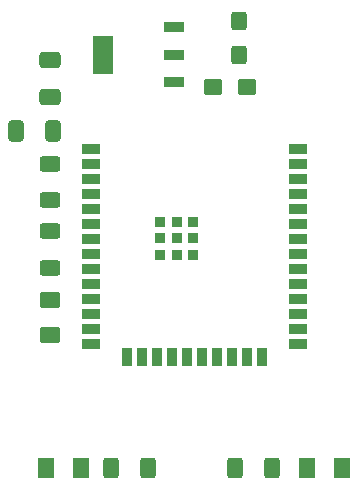
<source format=gbr>
%TF.GenerationSoftware,KiCad,Pcbnew,6.0.11-2627ca5db0~126~ubuntu20.04.1*%
%TF.CreationDate,2025-05-12T21:47:33+10:00*%
%TF.ProjectId,encoder_pcb,656e636f-6465-4725-9f70-63622e6b6963,rev?*%
%TF.SameCoordinates,Original*%
%TF.FileFunction,Paste,Top*%
%TF.FilePolarity,Positive*%
%FSLAX46Y46*%
G04 Gerber Fmt 4.6, Leading zero omitted, Abs format (unit mm)*
G04 Created by KiCad (PCBNEW 6.0.11-2627ca5db0~126~ubuntu20.04.1) date 2025-05-12 21:47:33*
%MOMM*%
%LPD*%
G01*
G04 APERTURE LIST*
G04 Aperture macros list*
%AMRoundRect*
0 Rectangle with rounded corners*
0 $1 Rounding radius*
0 $2 $3 $4 $5 $6 $7 $8 $9 X,Y pos of 4 corners*
0 Add a 4 corners polygon primitive as box body*
4,1,4,$2,$3,$4,$5,$6,$7,$8,$9,$2,$3,0*
0 Add four circle primitives for the rounded corners*
1,1,$1+$1,$2,$3*
1,1,$1+$1,$4,$5*
1,1,$1+$1,$6,$7*
1,1,$1+$1,$8,$9*
0 Add four rect primitives between the rounded corners*
20,1,$1+$1,$2,$3,$4,$5,0*
20,1,$1+$1,$4,$5,$6,$7,0*
20,1,$1+$1,$6,$7,$8,$9,0*
20,1,$1+$1,$8,$9,$2,$3,0*%
G04 Aperture macros list end*
%ADD10RoundRect,0.250001X-0.462499X-0.624999X0.462499X-0.624999X0.462499X0.624999X-0.462499X0.624999X0*%
%ADD11RoundRect,0.250001X0.462499X0.624999X-0.462499X0.624999X-0.462499X-0.624999X0.462499X-0.624999X0*%
%ADD12R,1.500000X0.900000*%
%ADD13R,0.900000X1.500000*%
%ADD14R,0.900000X0.900000*%
%ADD15RoundRect,0.250001X0.624999X-0.462499X0.624999X0.462499X-0.624999X0.462499X-0.624999X-0.462499X0*%
%ADD16RoundRect,0.250000X-0.537500X-0.425000X0.537500X-0.425000X0.537500X0.425000X-0.537500X0.425000X0*%
%ADD17RoundRect,0.250000X-0.625000X0.400000X-0.625000X-0.400000X0.625000X-0.400000X0.625000X0.400000X0*%
%ADD18R,1.800000X0.900000*%
%ADD19R,1.800000X3.200000*%
%ADD20RoundRect,0.250000X0.412500X0.650000X-0.412500X0.650000X-0.412500X-0.650000X0.412500X-0.650000X0*%
%ADD21RoundRect,0.250000X0.400000X0.625000X-0.400000X0.625000X-0.400000X-0.625000X0.400000X-0.625000X0*%
%ADD22RoundRect,0.250000X0.425000X-0.537500X0.425000X0.537500X-0.425000X0.537500X-0.425000X-0.537500X0*%
%ADD23RoundRect,0.250000X-0.400000X-0.625000X0.400000X-0.625000X0.400000X0.625000X-0.400000X0.625000X0*%
%ADD24RoundRect,0.250000X0.650000X-0.412500X0.650000X0.412500X-0.650000X0.412500X-0.650000X-0.412500X0*%
G04 APERTURE END LIST*
D10*
%TO.C,D2*%
X131462500Y-115000000D03*
X134437500Y-115000000D03*
%TD*%
D11*
%TO.C,D3*%
X156487500Y-115000000D03*
X153512500Y-115000000D03*
%TD*%
D12*
%TO.C,U1*%
X135250000Y-87995000D03*
X135250000Y-89265000D03*
X135250000Y-90535000D03*
X135250000Y-91805000D03*
X135250000Y-93075000D03*
X135250000Y-94345000D03*
X135250000Y-95615000D03*
X135250000Y-96885000D03*
X135250000Y-98155000D03*
X135250000Y-99425000D03*
X135250000Y-100695000D03*
X135250000Y-101965000D03*
X135250000Y-103235000D03*
X135250000Y-104505000D03*
D13*
X138285000Y-105600000D03*
X139555000Y-105600000D03*
X140825000Y-105600000D03*
X142095000Y-105600000D03*
X143365000Y-105600000D03*
X144635000Y-105600000D03*
X145905000Y-105600000D03*
X147175000Y-105600000D03*
X148445000Y-105600000D03*
X149715000Y-105600000D03*
D12*
X152750000Y-104505000D03*
X152750000Y-103235000D03*
X152750000Y-101965000D03*
X152750000Y-100695000D03*
X152750000Y-99425000D03*
X152750000Y-98155000D03*
X152750000Y-96885000D03*
X152750000Y-95615000D03*
X152750000Y-94345000D03*
X152750000Y-93075000D03*
X152750000Y-91805000D03*
X152750000Y-90535000D03*
X152750000Y-89265000D03*
X152750000Y-87995000D03*
D14*
X143900000Y-94160000D03*
X143900000Y-96960000D03*
X143900000Y-95560000D03*
X142500000Y-96960000D03*
X142500000Y-94160000D03*
X141100000Y-94160000D03*
X142500000Y-95560000D03*
X141100000Y-95560000D03*
X141100000Y-96960000D03*
%TD*%
D15*
%TO.C,D1*%
X131750000Y-103737500D03*
X131750000Y-100762500D03*
%TD*%
D16*
%TO.C,C3*%
X145562500Y-82750000D03*
X148437500Y-82750000D03*
%TD*%
D17*
%TO.C,R1*%
X131750000Y-89250000D03*
X131750000Y-92350000D03*
%TD*%
%TO.C,R2*%
X131750000Y-94950000D03*
X131750000Y-98050000D03*
%TD*%
D18*
%TO.C,IC1*%
X142250000Y-82300000D03*
X142250000Y-80000000D03*
X142250000Y-77700000D03*
D19*
X136250000Y-80000000D03*
%TD*%
D20*
%TO.C,C2*%
X132062500Y-86500000D03*
X128937500Y-86500000D03*
%TD*%
D21*
%TO.C,R3*%
X140050000Y-115000000D03*
X136950000Y-115000000D03*
%TD*%
D22*
%TO.C,C4*%
X147800000Y-80037500D03*
X147800000Y-77162500D03*
%TD*%
D23*
%TO.C,R4*%
X147450000Y-115000000D03*
X150550000Y-115000000D03*
%TD*%
D24*
%TO.C,C1*%
X131750000Y-83562500D03*
X131750000Y-80437500D03*
%TD*%
M02*

</source>
